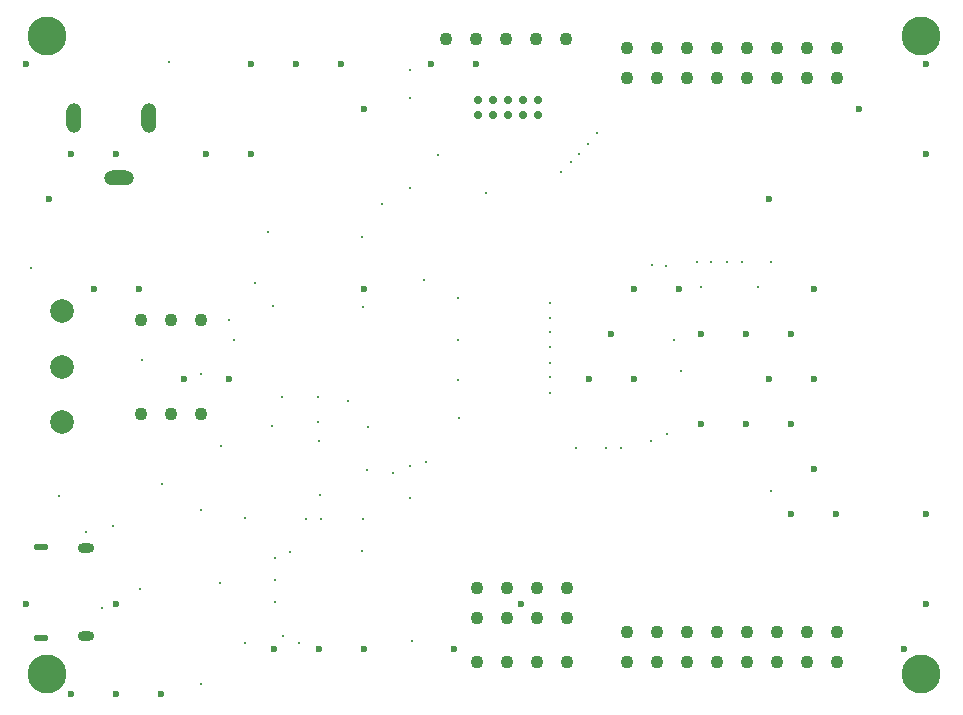
<source format=gbr>
%TF.GenerationSoftware,Altium Limited,Altium Designer,24.9.1 (31)*%
G04 Layer_Color=0*
%FSLAX45Y45*%
%MOMM*%
%TF.SameCoordinates,87F55232-172A-40C5-9850-FF0673041AA3*%
%TF.FilePolarity,Positive*%
%TF.FileFunction,Plated,1,2,PTH,Drill*%
%TF.Part,Single*%
G01*
G75*
%TA.AperFunction,OtherDrill,Pad Free-1 (77mm,3mm)*%
%ADD100C,3.30000*%
%TA.AperFunction,OtherDrill,Pad Free-1 (77mm,57mm)*%
%ADD101C,3.30000*%
%TA.AperFunction,OtherDrill,Pad Free-1 (3mm,3mm)*%
%ADD102C,3.30000*%
%TA.AperFunction,OtherDrill,Pad Free-1 (3mm,57mm)*%
%ADD103C,3.30000*%
%TA.AperFunction,ComponentDrill*%
%ADD104C,1.10000*%
%ADD105C,0.70000*%
%ADD106O,1.40000X0.85000*%
%ADD107O,1.20000X0.55000*%
%ADD108O,2.54000X1.27000*%
%ADD109O,1.27000X2.54000*%
%ADD110C,2.00000*%
%TA.AperFunction,ViaDrill,NotFilled*%
%ADD111C,0.60000*%
%ADD112C,0.25400*%
D100*
X7700000Y300000D02*
D03*
D101*
Y5700000D02*
D03*
D102*
X300000Y300000D02*
D03*
D103*
Y5700000D02*
D03*
D104*
X6989000Y5597000D02*
D03*
X6735000D02*
D03*
X6481000D02*
D03*
X6227000D02*
D03*
X5973000D02*
D03*
X5719000D02*
D03*
X5465000D02*
D03*
X5211000D02*
D03*
Y5343000D02*
D03*
X5465000D02*
D03*
X5719000D02*
D03*
X5973000D02*
D03*
X6227000D02*
D03*
X6481000D02*
D03*
X6735000D02*
D03*
X6989000D02*
D03*
X3683000Y5676900D02*
D03*
X3937000D02*
D03*
X4191000D02*
D03*
X4445000D02*
D03*
X4699000D02*
D03*
X4700000Y400000D02*
D03*
X4446000D02*
D03*
X4192000D02*
D03*
X3938000D02*
D03*
X4701000Y1027000D02*
D03*
X4447000D02*
D03*
X4193000D02*
D03*
X3939000D02*
D03*
Y773000D02*
D03*
X4193000D02*
D03*
X4447000D02*
D03*
X4701000D02*
D03*
X1607820Y2500000D02*
D03*
X1353820D02*
D03*
X1099820D02*
D03*
X1607820Y3300000D02*
D03*
X1353820D02*
D03*
X1099820D02*
D03*
X6989000Y403000D02*
D03*
X6735000D02*
D03*
X6481000D02*
D03*
X6227000D02*
D03*
X5973000D02*
D03*
X5719000D02*
D03*
X5465000D02*
D03*
X5211000D02*
D03*
Y657000D02*
D03*
X5465000D02*
D03*
X5719000D02*
D03*
X5973000D02*
D03*
X6227000D02*
D03*
X6481000D02*
D03*
X6735000D02*
D03*
X6989000D02*
D03*
D105*
X4454000Y5163500D02*
D03*
X4327000D02*
D03*
X4200000D02*
D03*
X4073000D02*
D03*
X3946000D02*
D03*
X4454000Y5036500D02*
D03*
X4327000D02*
D03*
X4200000D02*
D03*
X4073000D02*
D03*
X3946000D02*
D03*
D106*
X632900Y1363100D02*
D03*
Y618100D02*
D03*
D107*
X252900Y1378100D02*
D03*
Y603100D02*
D03*
D108*
X913500Y4496000D02*
D03*
D109*
X532500Y5004000D02*
D03*
X1167500D02*
D03*
D110*
X431800Y3370000D02*
D03*
Y2430000D02*
D03*
Y2900000D02*
D03*
D111*
X7747000Y5461219D02*
D03*
Y4699219D02*
D03*
Y1651219D02*
D03*
Y889219D02*
D03*
X7556500Y508219D02*
D03*
X7175500Y5080219D02*
D03*
X6985000Y1651219D02*
D03*
X6794500Y3556219D02*
D03*
X6604000Y3175219D02*
D03*
X6794500Y2794219D02*
D03*
X6604000Y2413219D02*
D03*
X6794500Y2032219D02*
D03*
X6604000Y1651219D02*
D03*
X6413500Y4318219D02*
D03*
X6223000Y3175219D02*
D03*
X6413500Y2794219D02*
D03*
X6223000Y2413219D02*
D03*
X5842000Y3175219D02*
D03*
Y2413219D02*
D03*
X5651500Y3556219D02*
D03*
X5270500D02*
D03*
X5080000Y3175219D02*
D03*
X5270500Y2794219D02*
D03*
X4889500D02*
D03*
X4318000Y889219D02*
D03*
X3937000Y5461219D02*
D03*
X3556000D02*
D03*
X3746500Y508219D02*
D03*
X2794000Y5461219D02*
D03*
X2984500Y5080219D02*
D03*
Y3556219D02*
D03*
Y508219D02*
D03*
X2413000Y5461219D02*
D03*
X2603500Y508219D02*
D03*
X2032000Y5461219D02*
D03*
Y4699219D02*
D03*
X2222500Y508219D02*
D03*
X1651000Y4699219D02*
D03*
X1841500Y2794219D02*
D03*
X1460500D02*
D03*
X1270000Y127219D02*
D03*
X889000Y4699219D02*
D03*
X1079500Y3556219D02*
D03*
X889000Y889219D02*
D03*
Y127219D02*
D03*
X508000Y4699219D02*
D03*
X698500Y3556219D02*
D03*
X508000Y127219D02*
D03*
X127000Y5461219D02*
D03*
X317500Y4318219D02*
D03*
X127000Y889219D02*
D03*
D112*
X3020060Y2395220D02*
D03*
X5671820Y2865120D02*
D03*
X2296160Y619760D02*
D03*
X1088580Y1018993D02*
D03*
X767080Y855980D02*
D03*
X635000Y1501140D02*
D03*
X406400Y1808480D02*
D03*
X5839460Y3573780D02*
D03*
X6316980Y3576320D02*
D03*
X2169160Y4043680D02*
D03*
X1884680Y3131820D02*
D03*
X2212340Y3418840D02*
D03*
X2207260Y2402840D02*
D03*
X2593340Y2646680D02*
D03*
X6432247Y1851319D02*
D03*
X2234001Y1278096D02*
D03*
X2232870Y1094942D02*
D03*
X2964180Y3997960D02*
D03*
X2286597Y2643909D02*
D03*
X2592070Y2435860D02*
D03*
X2606040Y2273300D02*
D03*
X2611266Y1812128D02*
D03*
X3787140Y2468880D02*
D03*
X3779520Y3129280D02*
D03*
X3784600Y3482340D02*
D03*
X3779520Y2791460D02*
D03*
X3134360Y4277360D02*
D03*
X3611880Y4693920D02*
D03*
X3492500Y3634740D02*
D03*
X1978660Y563880D02*
D03*
X2430780Y561340D02*
D03*
X3373120Y5173980D02*
D03*
X3388360Y576580D02*
D03*
X3373120Y5415280D02*
D03*
X4559300Y2682240D02*
D03*
Y2811780D02*
D03*
Y2936240D02*
D03*
Y3065780D02*
D03*
Y3192780D02*
D03*
Y3317240D02*
D03*
Y3441700D02*
D03*
X3507740Y2092960D02*
D03*
X5417820Y2273300D02*
D03*
X5552440Y2331720D02*
D03*
X5163820Y2214880D02*
D03*
X5034280D02*
D03*
X4780280D02*
D03*
X3230880Y1998980D02*
D03*
X2979420Y3406140D02*
D03*
X3371244Y4411044D02*
D03*
X2230120Y909320D02*
D03*
X1606833Y215295D02*
D03*
X1274316Y1911186D02*
D03*
X1838960Y3299460D02*
D03*
X3375660Y2062480D02*
D03*
X2973585Y1616195D02*
D03*
X2623820Y1610360D02*
D03*
X1771650Y2228850D02*
D03*
X4734560Y4632960D02*
D03*
X4650740Y4549140D02*
D03*
X4803140Y4706620D02*
D03*
X4881880Y4785360D02*
D03*
X4955540Y4879340D02*
D03*
X4020820Y4368800D02*
D03*
X165100Y3741420D02*
D03*
X5605780Y3126740D02*
D03*
X5539740Y3756660D02*
D03*
X5419876Y3759907D02*
D03*
X6431280Y3787140D02*
D03*
X6187440Y3789680D02*
D03*
X6057900D02*
D03*
X5925820D02*
D03*
X5801360Y3792220D02*
D03*
X3006680Y2026576D02*
D03*
X1767840Y1074420D02*
D03*
X1976120Y1617980D02*
D03*
X1607820Y1686560D02*
D03*
X3373120Y1788160D02*
D03*
X2971800Y1338580D02*
D03*
X2849880Y2608580D02*
D03*
X2496820Y1610360D02*
D03*
X863600Y1554480D02*
D03*
X2362200Y1336040D02*
D03*
X1102547Y2956373D02*
D03*
X1335566Y5478893D02*
D03*
X2061075Y3610254D02*
D03*
X1607820Y2842260D02*
D03*
%TF.MD5,04c2196a386758fe621167804b3945bb*%
M02*

</source>
